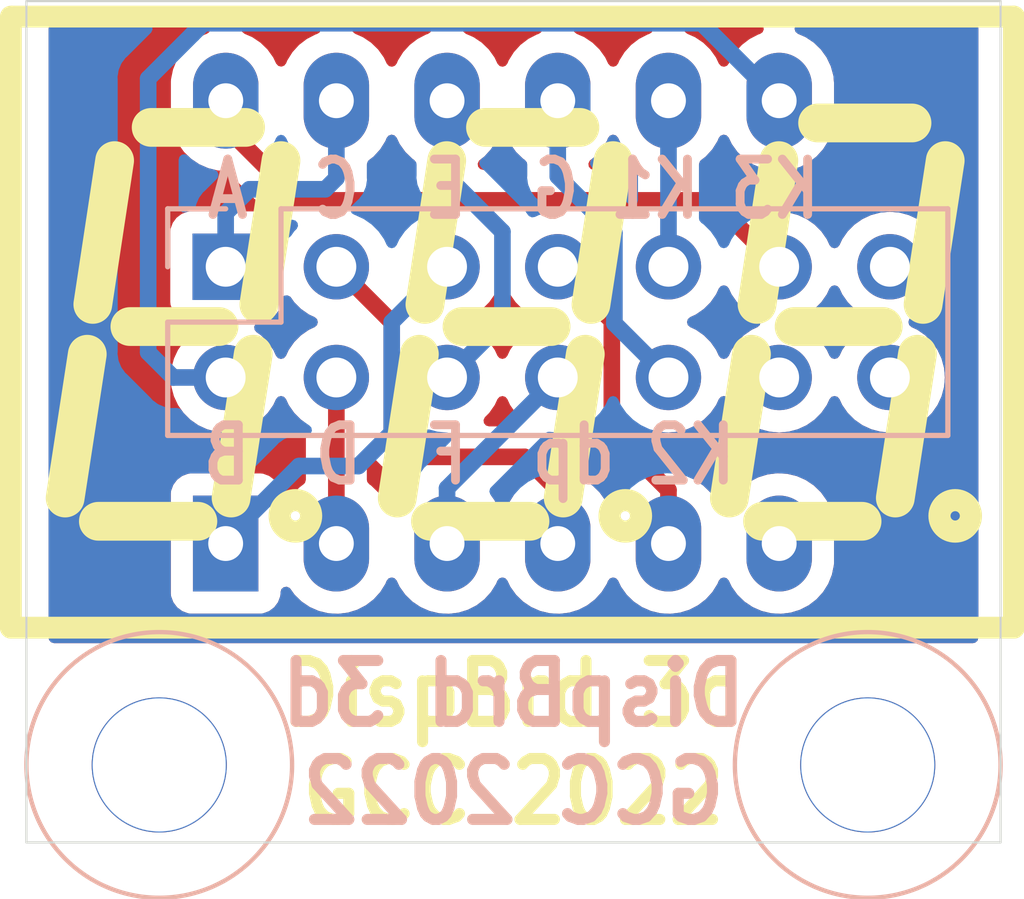
<source format=kicad_pcb>
(kicad_pcb (version 20211014) (generator pcbnew)
  (layers (0 "F.Cu" signal) (31 "B.Cu" signal) (36 "B.SilkS" user "B.Silkscreen") (37 "F.SilkS" user "F.Silkscreen") (38 "B.Mask" user) (39 "F.Mask" user) (44 "Edge.Cuts" user))
  (net 0 "")
  (net 1 "/K_SegA")
  (net 2 "/K_SegB")
  (net 3 "/K_SegC")
  (net 4 "/K_SegDP")
  (net 5 "/A0")
  (net 6 "/K_SegD")
  (net 7 "/K_SegE")
  (net 8 "/K_SegG")
  (net 9 "/K_SegF")
  (net 10 "/A1")
  (net 11 "/A2")
  (net 12 "Net-(P4-Pad12)")
  (net 13 "Net-(P4-Pad13)")
  (net 14 "Net-(P4-Pad14)")
  (footprint "GCC_Display:Disp7s3x_036" (layer "F.Cu") (at 47.752 21.082)
    (fp_text reference "S2" hide)
    (fp_text value "LEDDSP3_CA" hide)
    (fp_line (start -11.2776 7.0104) (end -11.2776 -7.0104) (layer "F.SilkS") (width 0.5))
    (fp_line (start 1.1176 0.1016) (end -0.9271 0.1016) (layer "F.SilkS") (width 0.889))
    (fp_line (start -8.89762 -3.70586) (end -9.398 -0.4064) (layer "F.SilkS") (width 0.889))
    (fp_line (start -9.271 4.56946) (end -6.98754 4.56946) (layer "F.SilkS") (width 0.889))
    (fp_line (start 1.90246 0.7366) (end 1.39446 4.03606) (layer "F.SilkS") (width 0.889))
    (fp_line (start -0.38862 -4.46786) (end 1.778 -4.46786) (layer "F.SilkS") (width 0.889))
    (fp_line (start -11.2268 -7.0104) (end 11.7348 -7.0104) (layer "F.SilkS") (width 0.5))
    (fp_line (start 7.23138 -4.56946) (end 9.398 -4.56946) (layer "F.SilkS") (width 0.889))
    (fp_line (start -9.525 0.7366) (end -10.033 4.03606) (layer "F.SilkS") (width 0.889))
    (fp_line (start -1.27762 -3.70586) (end -1.778 -0.4064) (layer "F.SilkS") (width 0.889))
    (fp_line (start 11.7348 -7.0104) (end 11.7348 7.0104) (layer "F.SilkS") (width 0.5))
    (fp_line (start 10.16 -3.70586) (end 9.652 -0.4064) (layer "F.SilkS") (width 0.889))
    (fp_line (start -1.905 0.7366) (end -2.413 4.03606) (layer "F.SilkS") (width 0.889))
    (fp_line (start -5.71754 0.7366) (end -6.22554 4.03606) (layer "F.SilkS") (width 0.889))
    (fp_line (start 5.969 4.56946) (end 8.25246 4.56946) (layer "F.SilkS") (width 0.889))
    (fp_line (start 8.7376 0.1016) (end 6.6929 0.1016) (layer "F.SilkS") (width 0.889))
    (fp_line (start 6.34238 -3.70586) (end 5.842 -0.4064) (layer "F.SilkS") (width 0.889))
    (fp_line (start -6.5024 0.1016) (end -8.5471 0.1016) (layer "F.SilkS") (width 0.889))
    (fp_line (start 11.7348 7.0104) (end -11.2776 7.0104) (layer "F.SilkS") (width 0.5))
    (fp_line (start 5.715 0.7366) (end 5.207 4.03606) (layer "F.SilkS") (width 0.889))
    (fp_line (start 9.52246 0.7366) (end 9.01446 4.03606) (layer "F.SilkS") (width 0.889))
    (fp_line (start -5.08 -3.70586) (end -5.588 -0.4064) (layer "F.SilkS") (width 0.889))
    (fp_line (start -8.05942 -4.46786) (end -5.8928 -4.46786) (layer "F.SilkS") (width 0.889))
    (fp_line (start 2.54 -3.70586) (end 2.032 -0.4064) (layer "F.SilkS") (width 0.889))
    (fp_line (start -1.651 4.56946) (end 0.63246 4.56946) (layer "F.SilkS") (width 0.889))
    (fp_circle (center 10.3886 4.445) (end 10.6426 4.18846) (layer "F.SilkS") (width 0.508) (fill none))
    (fp_circle (center 2.8194 4.445) (end 3.0734 4.18846) (layer "F.SilkS") (width 0.508) (fill none))
    (fp_circle (center -4.7498 4.445) (end -4.4958 4.18846) (layer "F.SilkS") (width 0.508) (fill none))
    (pad "1" thru_hole rect locked (at -6.35 5.08 90) (size 2.19964 1.50114) (drill 0.8001) (layers *.Cu *.Mask) (net 7 "/K_SegE"))
    (pad "2" thru_hole oval locked (at -3.81 5.08 90) (size 2.19964 1.50114) (drill 0.8001) (layers *.Cu *.Mask) (net 6 "/K_SegD"))
    (pad "3" thru_hole oval locked (at -1.27 5.08 90) (size 2.19964 1.50114) (drill 0.8001) (layers *.Cu *.Mask) (net 4 "/K_SegDP"))
    (pad "4" thru_hole oval locked (at 1.27 5.08 90) (size 2.19964 1.50114) (drill 0.8001) (layers *.Cu *.Mask) (net 3 "/K_SegC"))
    (pad "5" thru_hole oval locked (at 3.81 5.08 90) (size 2.19964 1.50114) (drill 0.8001) (layers *.Cu *.Mask) (net 8 "/K_SegG"))
    (pad "6" thru_hole oval locked (at 6.35 5.08 90) (size 2.19964 1.50114) (drill 0.8001) (layers *.Cu *.Mask))
    (pad "7" thru_hole oval locked (at 6.35 -5.08 90) (size 2.19964 1.50114) (drill 0.8001) (layers *.Cu *.Mask) (net 2 "/K_SegB"))
    (pad "8" thru_hole oval locked (at 3.81 -5.08 90) (size 2.19964 1.50114) (drill 0.8001) (layers *.Cu *.Mask) (net 5 "/A0"))
    (pad "9" thru_hole oval locked (at 1.27 -5.08 90) (size 2.19964 1.50114) (drill 0.8001) (layers *.Cu *.Mask) (net 10 "/A1"))
    (pad "10" thru_hole oval locked (at -1.27 -5.08 90) (size 2.19964 1.50114) (drill 0.8001) (layers *.Cu *.Mask) (net 9 "/K_SegF"))
    (pad "11" thru_hole oval locked (at -3.81 -5.08 90) (size 2.19964 1.50114) (drill 0.8001) (layers *.Cu *.Mask) (net 1 "/K_SegA"))
    (pad "12" thru_hole oval locked (at -6.34746 -5.08 90) (size 2.19964 1.50114) (drill 0.8001) (layers *.Cu *.Mask) (net 11 "/A2"))
  )
  (footprint "GCC_holes:Hole3mm" (layer "B.Cu") (at 39.878 31.242)
    (fp_text reference "H3" hide)
    (fp_text value "MountingHole" hide)
    (fp_circle (center 0 0) (end 0 3.048) (layer "B.SilkS") (width 0.1) (fill none))
    (pad "1" thru_hole circle locked (at 0 0) (size 3.1 3.1) (drill 3.05) (layers *.Cu *.Mask))
  )
  (footprint "GCC_holes:Hole3mm" (layer "B.Cu") (at 56.134 31.242)
    (fp_text reference "H4" hide)
    (fp_text value "MountingHole" hide)
    (fp_circle (center 0 0) (end 0 3.048) (layer "B.SilkS") (width 0.1) (fill none))
    (pad "1" thru_hole circle locked (at 0 0) (size 3.1 3.1) (drill 3.05) (layers *.Cu *.Mask))
  )
  (footprint "Connector_PinHeader_2.54mm:PinHeader_2x07_P2.54mm_Vertical" (layer "B.Cu") (at 41.402 19.812 -90)
    (fp_text reference "P4" hide)
    (fp_text value "Disp3b" hide)
    (fp_line (start 1.27 -1.27) (end 1.27 1.33) (layer "B.SilkS") (width 0.12))
    (fp_line (start 3.87 1.33) (end 3.87 -16.57) (layer "B.SilkS") (width 0.12))
    (fp_line (start -1.33 -1.27) (end -1.33 -16.57) (layer "B.SilkS") (width 0.12))
    (fp_line (start -1.33 1.33) (end 0 1.33) (layer "B.SilkS") (width 0.12))
    (fp_line (start -1.33 -16.57) (end 3.87 -16.57) (layer "B.SilkS") (width 0.12))
    (fp_line (start 1.27 1.33) (end 3.87 1.33) (layer "B.SilkS") (width 0.12))
    (fp_line (start -1.33 -1.27) (end 1.27 -1.27) (layer "B.SilkS") (width 0.12))
    (fp_line (start -1.33 0) (end -1.33 1.33) (layer "B.SilkS") (width 0.12))
    (pad "1" thru_hole rect locked (at 0 0 270) (size 1.524 1.524) (drill 0.9144) (layers *.Cu *.Mask) (net 1 "/K_SegA"))
    (pad "2" thru_hole oval locked (at 2.54 0 270) (size 1.4986 1.4986) (drill 0.9144) (layers *.Cu *.Mask) (net 2 "/K_SegB"))
    (pad "3" thru_hole oval locked (at 0 -2.54 270) (size 1.4986 1.4986) (drill 0.9144) (layers *.Cu *.Mask) (net 3 "/K_SegC"))
    (pad "4" thru_hole oval locked (at 2.54 -2.54 270) (size 1.4986 1.4986) (drill 0.9144) (layers *.Cu *.Mask) (net 6 "/K_SegD"))
    (pad "5" thru_hole oval locked (at 0 -5.08 270) (size 1.4986 1.4986) (drill 0.9144) (layers *.Cu *.Mask) (net 7 "/K_SegE"))
    (pad "6" thru_hole oval locked (at 2.54 -5.08 270) (size 1.4986 1.4986) (drill 0.9144) (layers *.Cu *.Mask) (net 9 "/K_SegF"))
    (pad "7" thru_hole oval locked (at 0 -7.62 270) (size 1.4986 1.4986) (drill 0.9144) (layers *.Cu *.Mask) (net 8 "/K_SegG"))
    (pad "8" thru_hole oval locked (at 2.54 -7.62 270) (size 1.4986 1.4986) (drill 0.9144) (layers *.Cu *.Mask) (net 4 "/K_SegDP"))
    (pad "9" thru_hole oval locked (at 0 -10.16 270) (size 1.4986 1.4986) (drill 0.9144) (layers *.Cu *.Mask) (net 5 "/A0"))
    (pad "10" thru_hole oval locked (at 2.54 -10.16 270) (size 1.4986 1.4986) (drill 0.9144) (layers *.Cu *.Mask) (net 10 "/A1"))
    (pad "11" thru_hole oval locked (at 0 -12.7 270) (size 1.4986 1.4986) (drill 0.9144) (layers *.Cu *.Mask) (net 11 "/A2"))
    (pad "12" thru_hole oval locked (at 2.54 -12.7 270) (size 1.4986 1.4986) (drill 0.9144) (layers *.Cu *.Mask) (net 12 "Net-(P4-Pad12)"))
    (pad "13" thru_hole oval locked (at 0 -15.24 270) (size 1.4986 1.4986) (drill 0.9144) (layers *.Cu *.Mask) (net 13 "Net-(P4-Pad13)"))
    (pad "14" thru_hole oval locked (at 2.54 -15.24 270) (size 1.4986 1.4986) (drill 0.9144) (layers *.Cu *.Mask) (net 14 "Net-(P4-Pad14)"))
  )
  (gr_rect (start 36.83 13.716) (end 59.182 33.02) (layer "Edge.Cuts") (width 0.05) (fill none))
  (gr_text "K2 dp  F  D  B" (at 46.99 24.13) (layer "B.SilkS") (effects (font (size 1.27 1.016) (thickness 0.2032)) (justify mirror)))
  (gr_text "K3 K1 G  E  C  A" (at 48.006 18.034) (layer "B.SilkS") (effects (font (size 1.27 1.016) (thickness 0.2032)) (justify mirror)))
  (gr_text "DispBrd 3d\nGCC 2022" (at 48.006 30.734) (layer "B.SilkS") (effects (font (size 1.397 1.27) (thickness 0.254)) (justify mirror)))
  (gr_text "DispBrd 3d\nGCC 2022" (at 48.006 30.734) (layer "F.SilkS") (effects (font (size 1.397 1.27) (thickness 0.254))))
  (segment (start 41.402 18.581) (end 41.949 18.034) (width 0.381) (layer "B.Cu") (net 1))
  (segment (start 43.688 18.034) (end 43.942 17.78) (width 0.381) (layer "B.Cu") (net 1))
  (segment (start 41.402 19.812) (end 41.402 18.581) (width 0.381) (layer "B.Cu") (net 1))
  (segment (start 43.942 17.78) (end 43.942 16.256) (width 0.381) (layer "B.Cu") (net 1))
  (segment (start 41.949 18.034) (end 43.688 18.034) (width 0.381) (layer "B.Cu") (net 1))
  (segment (start 41.402 22.352) (end 40.199919 22.352) (width 0.381) (layer "B.Cu") (net 2))
  (segment (start 52.324 14.224) (end 54.102 16.002) (width 0.381) (layer "B.Cu") (net 2))
  (segment (start 40.894 14.224) (end 52.324 14.224) (width 0.381) (layer "B.Cu") (net 2))
  (segment (start 39.624 15.494) (end 40.64 14.478) (width 0.381) (layer "B.Cu") (net 2))
  (segment (start 40.64 14.478) (end 40.894 14.224) (width 0.381) (layer "B.Cu") (net 2))
  (segment (start 54.102 15.90675) (end 54.102 16.256) (width 0.381) (layer "B.Cu") (net 2))
  (segment (start 40.199919 22.352) (end 39.624 21.776081) (width 0.381) (layer "B.Cu") (net 2))
  (segment (start 39.624 21.776081) (end 39.624 15.494) (width 0.381) (layer "B.Cu") (net 2))
  (segment (start 43.942 19.812) (end 45.212 21.082) (width 0.381) (layer "F.Cu") (net 3))
  (segment (start 45.212 21.082) (end 45.212 23.622) (width 0.381) (layer "F.Cu") (net 3))
  (segment (start 49.022 24.93518) (end 49.022 26.416) (width 0.381) (layer "F.Cu") (net 3))
  (segment (start 48.26 24.17318) (end 49.022 24.93518) (width 0.381) (layer "F.Cu") (net 3))
  (segment (start 45.76318 24.17318) (end 48.26 24.17318) (width 0.381) (layer "F.Cu") (net 3))
  (segment (start 45.212 23.622) (end 45.76318 24.17318) (width 0.381) (layer "F.Cu") (net 3))
  (segment (start 49.022 22.352) (end 46.482 24.892) (width 0.381) (layer "B.Cu") (net 4))
  (segment (start 46.482 24.892) (end 46.482 26.416) (width 0.381) (layer "B.Cu") (net 4))
  (segment (start 51.562 19.812) (end 51.562 16.256) (width 0.381) (layer "B.Cu") (net 5))
  (segment (start 43.942 22.352) (end 43.942 26.416) (width 0.381) (layer "F.Cu") (net 6))
  (segment (start 44.45 24.384) (end 43.08475 24.384) (width 0.381) (layer "B.Cu") (net 7))
  (segment (start 45.212 21.082) (end 45.212 23.622) (width 0.381) (layer "B.Cu") (net 7))
  (segment (start 46.482 19.812) (end 45.212 21.082) (width 0.381) (layer "B.Cu") (net 7))
  (segment (start 43.08475 24.384) (end 41.402 26.06675) (width 0.381) (layer "B.Cu") (net 7))
  (segment (start 41.402 26.06675) (end 41.402 26.416) (width 0.381) (layer "B.Cu") (net 7))
  (segment (start 45.212 23.622) (end 44.45 24.384) (width 0.381) (layer "B.Cu") (net 7))
  (segment (start 50.262501 23.635681) (end 51.562 24.93518) (width 0.381) (layer "F.Cu") (net 8))
  (segment (start 50.262501 21.052501) (end 50.262501 23.635681) (width 0.381) (layer "F.Cu") (net 8))
  (segment (start 49.022 19.812) (end 50.262501 21.052501) (width 0.381) (layer "F.Cu") (net 8))
  (segment (start 51.562 24.93518) (end 51.562 26.416) (width 0.381) (layer "F.Cu") (net 8))
  (segment (start 46.482 17.73682) (end 46.482 16.256) (width 0.381) (layer "B.Cu") (net 9))
  (segment (start 47.752 19.00682) (end 46.482 17.73682) (width 0.381) (layer "B.Cu") (net 9))
  (segment (start 47.752 21.082) (end 47.752 19.00682) (width 0.381) (layer "B.Cu") (net 9))
  (segment (start 46.482 22.352) (end 47.752 21.082) (width 0.381) (layer "B.Cu") (net 9))
  (segment (start 51.562 22.352) (end 50.321499 21.111499) (width 0.381) (layer "B.Cu") (net 10))
  (segment (start 50.321499 19.036319) (end 49.022 17.73682) (width 0.381) (layer "B.Cu") (net 10))
  (segment (start 50.321499 21.111499) (end 50.321499 19.036319) (width 0.381) (layer "B.Cu") (net 10))
  (segment (start 49.022 17.73682) (end 49.022 16.256) (width 0.381) (layer "B.Cu") (net 10))
  (segment (start 41.40454 16.256) (end 41.40454 16.60525) (width 0.381) (layer "F.Cu") (net 11))
  (segment (start 52.578 18.288) (end 54.102 19.812) (width 0.381) (layer "F.Cu") (net 11))
  (segment (start 41.40454 16.60525) (end 43.08729 18.288) (width 0.381) (layer "F.Cu") (net 11))
  (segment (start 43.08729 18.288) (end 52.578 18.288) (width 0.381) (layer "F.Cu") (net 11))
  (zone (net 0) (net_name "") (layer "F.Cu") (connect_pads (clearance 0.508)) (min_thickness 0.254) (fill yes (thermal_gap 0.508) (thermal_bridge_width 0.508))
    (polygon (pts (xy 36.83 13.716) (xy 59.182 13.716) (xy 59.182 28.448) (xy 36.83 28.448)))
  )
  (zone (net 0) (net_name "") (layer "B.Cu") (connect_pads (clearance 0.508)) (min_thickness 0.254) (fill yes (thermal_gap 0.508) (thermal_bridge_width 0.508))
    (polygon (pts (xy 36.83 13.716) (xy 59.182 13.716) (xy 59.182 28.448) (xy 36.83 28.448)))
  )
)
</source>
